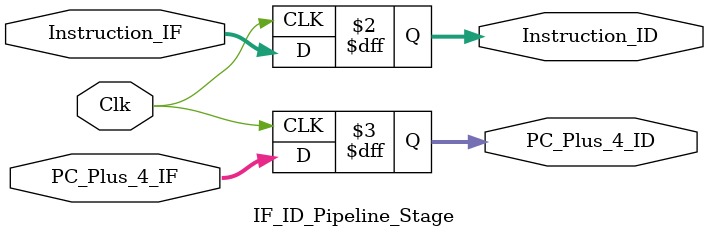
<source format=v>

module IF_ID_Pipeline_Stage(
			     input [31:0]  Instruction_IF,
			     input [31:0]	   PC_Plus_4_IF,

			     output reg [31:0] Instruction_ID,
			     output reg [31:0]  PC_Plus_4_ID,
			     input 	   Clk
			     );
   
   always@(posedge Clk)
	begin
	Instruction_ID <= Instruction_IF;
	PC_Plus_4_ID <= PC_Plus_4_IF;
	end

endmodule // IF_ID_Pipeline_Stage





   
   

</source>
